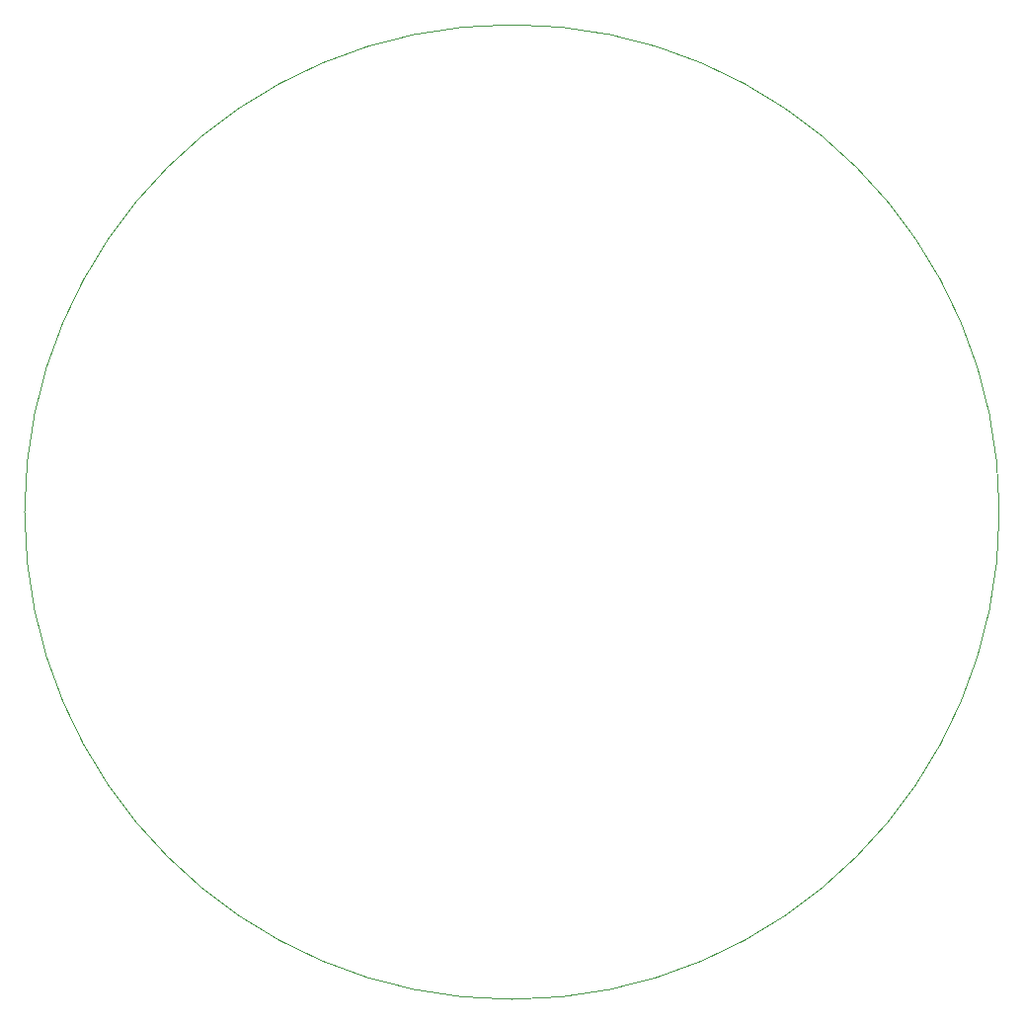
<source format=gbr>
%TF.GenerationSoftware,KiCad,Pcbnew,9.0.6*%
%TF.CreationDate,2025-11-23T21:02:07-05:00*%
%TF.ProjectId,ledcha,6c656463-6861-42e6-9b69-6361645f7063,rev?*%
%TF.SameCoordinates,Original*%
%TF.FileFunction,Profile,NP*%
%FSLAX46Y46*%
G04 Gerber Fmt 4.6, Leading zero omitted, Abs format (unit mm)*
G04 Created by KiCad (PCBNEW 9.0.6) date 2025-11-23 21:02:07*
%MOMM*%
%LPD*%
G01*
G04 APERTURE LIST*
%TA.AperFunction,Profile*%
%ADD10C,0.050000*%
%TD*%
G04 APERTURE END LIST*
D10*
X208395491Y-86915625D02*
G75*
G02*
X124830759Y-86915625I-41782366J0D01*
G01*
X124830759Y-86915625D02*
G75*
G02*
X208395491Y-86915625I41782366J0D01*
G01*
M02*

</source>
